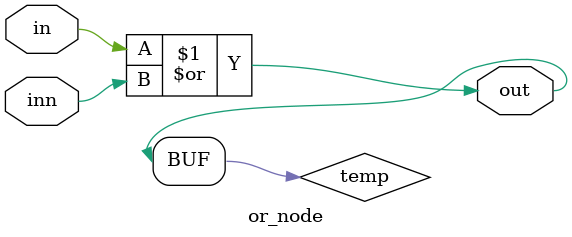
<source format=v>
`define WIDTH 8

module simple_op(a,b,out);
    input   [`WIDTH-1:0]a;
    input   [`WIDTH-1:0]b;
    output  [`WIDTH-1:0]out;
    wire    [`WIDTH-1:0]o;

genvar i;
generate
    for (i = 0; i < `WIDTH;i = i + 1) begin
      or_node NOR(                            //Change ***_node N***
        .in(a[i]),.inn(b[i]),
        .out(o[i]));
    end
  endgenerate
  assign out = o;
endmodule

module or_node(in,inn,out); //Change the title
  input in;
  input inn;
  output out;
  wire temp;
  
  or(temp,in,inn);
  assign out = temp;
  
endmodule 
</source>
